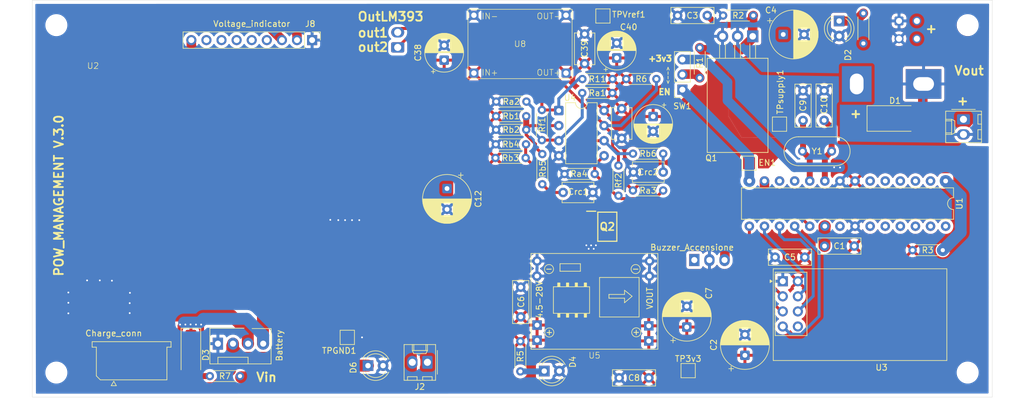
<source format=kicad_pcb>
(kicad_pcb (version 20241229) (generator "pcbnew") (generator_version "9.0")
  (layers (0 "F.Cu" signal) (2 "B.Cu" signal) (13 "F.Paste" user) (15 "B.Paste" user) (5 "F.SilkS" user "F.Silkscreen") (7 "B.SilkS" user "B.Silkscreen") (1 "F.Mask" user) (3 "B.Mask" user) (25 "Edge.Cuts" user))
  (net 0 "")
  (net 1 "Net-(D1-A)")
  (net 2 "+v")
  (net 3 "+11.1v")
  (net 4 "2s")
  (net 5 "1s")
  (net 6 "Net-(Q1-G)")
  (net 7 "BATT+")
  (net 8 "MOSI")
  (net 10 "Net-(U1-AVCC)")
  (net 11 "CE")
  (net 12 "SCK")
  (net 19 "Net-(U1-PB6{slash}XTAL1)")
  (net 21 "CSN")
  (net 24 "MISO")
  (net 27 "GND")
  (net 29 "Net-(U1-PC6{slash}~{RESET})")
  (net 31 "+3v3")
  (net 33 "Net-(U1-PB7{slash}XTAL2)")
  (net 34 "Net-(D3-A)")
  (net 35 "Net-(D2-K)")
  (net 36 "Net-(D4-K)")
  (net 37 "6v")
  (net 38 "Net-(Crc1-Pad1)")
  (net 39 "Net-(Crc2-Pad1)")
  (net 40 "Net-(J6-Pin_1)")
  (net 41 "Net-(J6-Pin_2)")
  (net 42 "Net-(U4A-+)")
  (net 43 "Net-(U4B-+)")
  (net 44 "Net-(U4A--)")
  (net 45 "Net-(U4B--)")
  (net 46 "Net-(D6-K)")
  (net 47 "EN")
  (net 48 "IN")
  (net 49 "Net-(SW1-B)")
  (net 56 "Net-(J9-Pin_3)")
  (footprint "Capacitor_THT:C_Disc_D7.0mm_W2.5mm_P5.00mm" (layer "F.Cu") (at 185.96 69.35 -90)
    (property "Reference" "C9")
    (property "Value" "22p")
  )
  (footprint "Resistor_THT:R_Axial_DIN0204_L3.6mm_D1.6mm_P5.08mm_Horizontal" (layer "F.Cu") (at 157.35 79.94)
    (property "Reference" "Rb6")
    (property "Value" "22k" (hide yes))
  )
  (footprint "MountingHole:MountingHole_3.2mm_M3" (layer "F.Cu") (at 213.66 58.29)
    (property "Reference" "REF**" (hide yes))
    (property "Value" "MountingHole_3.2mm_M3")
  )
  (footprint "Resistor_THT:R_Axial_DIN0204_L3.6mm_D1.6mm_P5.08mm_Horizontal" (layer "F.Cu") (at 148.83 67.37)
    (property "Reference" "R11")
    (property "Value" "10k" (hide yes))
  )
  (footprint "Capacitor_THT:C_Disc_D7.0mm_W2.5mm_P5.00mm" (layer "F.Cu") (at 186.26 97.38 180)
    (property "Reference" "C5")
    (property "Value" "100n")
  )
  (footprint "Capacitor_THT:C_Disc_D7.0mm_W2.5mm_P5.00mm" (layer "F.Cu") (at 189.58 95.51)
    (property "Reference" "C1")
    (property "Value" "100n")
  )
  (footprint "Resistor_THT:R_Axial_DIN0204_L3.6mm_D1.6mm_P5.08mm_Horizontal" (layer "F.Cu") (at 177.59 56.67 180)
    (property "Reference" "R2")
    (property "Value" "100k" (hide yes))
  )
  (footprint "Capacitor_THT:C_Disc_D5.1mm_W3.2mm_P5.00mm" (layer "F.Cu") (at 162.43 83.05 180)
    (property "Reference" "Crc2")
    (property "Value" "100n" (hide yes))
  )
  (footprint "LED_THT:LED_D4.0mm" (layer "F.Cu") (at 142.42 116.56)
    (property "Reference" "D4")
    (property "Value" "LED_LoadON")
  )
  (footprint "MountingHole:MountingHole_3.2mm_M3" (layer "F.Cu") (at 213.66 116.82)
    (property "Reference" "REF**" (hide yes))
    (property "Value" "MountingHole_3.2mm_M3")
  )
  (footprint "Resistor_THT:R_Axial_DIN0204_L3.6mm_D1.6mm_P5.08mm_Horizontal" (layer "F.Cu") (at 196.11 56.29 -90)
    (property "Reference" "R4" (hide yes))
    (property "Value" "1k")
  )
  (footprint "Connector_PinHeader_2.54mm:PinHeader_1x09_P2.54mm_Vertical" (layer "F.Cu") (at 103.36 60.81 -90)
    (property "Reference" "J8")
    (property "Value" "Voltage_indicator")
  )
  (footprint "Connector_Molex:Molex_Micro-Fit_3.0_43045-0400_2x02_P3.00mm_Horizontal" (layer "F.Cu") (at 202.11 57.58)
    (property "Reference" "J4" (hide yes))
    (property "Value" "Conn_02x02_Counter_Clockwise")
  )
  (footprint "Resistor_THT:R_Axial_DIN0204_L3.6mm_D1.6mm_P5.08mm_Horizontal" (layer "F.Cu") (at 138.4 116.62 90)
    (property "Reference" "R5")
    (property "Value" "680")
  )
  (footprint "Resistor_THT:R_Axial_DIN0204_L3.6mm_D1.6mm_P5.08mm_Horizontal" (layer "F.Cu") (at 148.81 69.72)
    (property "Reference" "Ra1")
    (property "Value" "22k" (hide yes))
  )
  (footprint "Capacitor_THT:C_Disc_D7.0mm_W2.5mm_P5.00mm" (layer "F.Cu") (at 189.51 74.33 90)
    (property "Reference" "C10")
    (property "Value" "22p")
  )
  (footprint "Resistor_THT:R_Axial_DIN0204_L3.6mm_D1.6mm_P5.08mm_Horizontal" (layer "F.Cu") (at 154.9 81.94 -90)
    (property "Reference" "Rf2")
    (property "Value" "Rfb" (hide yes))
  )
  (footprint "Connector_Molex:Molex_KK-254_AE-6410-02A_1x02_P2.54mm_Vertical" (layer "F.Cu") (at 122.76 115.09 180)
    (property "Reference" "J2")
    (property "Value" "switch")
  )
  (footprint "Capacitor_THT:CP_Radial_D8.0mm_P3.50mm" (layer "F.Cu") (at 176.18 113.91 90)
    (property "Reference" "C2")
    (property "Value" "10u")
  )
  (footprint "Resistor_THT:R_Axial_DIN0204_L3.6mm_D1.6mm_P5.08mm_Horizontal" (layer "F.Cu") (at 168.58 67.17 90)
    (property "Reference" "R1")
    (property "Value" "100")
  )
  (footprint "Resistor_THT:R_Axial_DIN0204_L3.6mm_D1.6mm_P5.08mm_Horizontal" (layer "F.Cu") (at 139.29 80.66 180)
    (property "Reference" "Rb3")
    (property "Value" "47k" (hide yes))
  )
  (footprint "LED_THT:LED_D4.0mm" (layer "F.Cu") (at 192.04 57.59 -90)
    (property "Reference" "D2")
    (property "Value" "LED" (hide yes))
  )
  (footprint "Diode_SMD:D_SMA_Handsoldering" (layer "F.Cu") (at 82.97 113.86 -90)
    (property "Reference" "D3")
    (property "Value" "SS34")
  )
  (footprint "MountingHole:MountingHole_3.2mm_M3" (layer "F.Cu") (at 60.33 58.29)
    (property "Reference" "REF**" (hide yes))
    (property "Value" "MountingHole_3.2mm_M3")
  )
  (footprint "Resistor_THT:R_Axial_DIN0204_L3.6mm_D1.6mm_P5.08mm_Horizontal" (layer "F.Cu") (at 162.42 86.14 180)
    (property "Reference" "Ra3")
    (property "Value" "22k" (hide yes))
  )
  (footprint "Package_TO_SOT_THT:TO-220-3_Horizontal_TabDown" (layer "F.Cu") (at 177.49 60.17 180)
    (property "Reference" "Q1")
    (property "Value" "IRLZ44N")
  )
  (footprint "Connector_Samtec_MicroPower:Samtec_UMPS-04-XX.X-X-V-S_1x04_P2.0mm_Socket" (layer "F.Cu") (at 72.99 114.83)
    (property "Reference" "J7" (hide yes))
    (property "Value" "Charge_conn")
  )
  (footprint "Capacitor_THT:CP_Radial_D6.3mm_P2.50mm" (layer "F.Cu") (at 125.578751 64.187372 90)
    (property "Reference" "C38")
    (property "Value" "C_Polarized")
  )
  (footprint "TestPoint:TestPoint_Pad_2.0x2.0mm" (layer "F.Cu") (at 166.63 116.49)
    (property "Reference" "TP3v3")
    (property "Value" "TestPoint")
  )
  (footprint "Capacitor_THT:CP_Radial_D8.0mm_P3.50mm" (layer "F.Cu") (at 166.4 109.15 90)
    (property "Reference" "C7")
    (property "Value" "100u")
  )
  (footprint "Connector:FanPinHeader_1x04_P2.54mm_Vertical" (layer "F.Cu") (at 87.51 111.95)
    (property "Reference" "J1" (hide yes))
    (property "Value" "Battery")
  )
  (footprint "Packages:SOIC-8" (layer "F.Cu") (at 153.028 92.245)
    (property "Reference" "Q2")
    (property "Value" "IRF7416TRPBF" (hide yes))
  )
  (footprint "TestPoint:TestPoint_Pad_2.0x2.0mm" (layer "F.Cu") (at 182 74.97)
    (property "Reference" "TPsupply1")
    (property "Value" "TestPoint")
  )
  (footprint "Capacitor_THT:C_Disc_D5.1mm_W3.2mm_P5.00mm" (layer "F.Cu") (at 145.59 86.48)
    (property "Reference" "Crc1")
    (property "Value" "100n" (hide yes))
  )
  (footprint "Package_DIP:DIP-28_W7.62mm" (layer "F.Cu") (at 209.9488 84.5434 -90)
    (property "Reference" "U1")
    (property "Value" "ATmega8-16P")
  )
  (footprint "Battery:BMS-4S" (layer "F.Cu") (at 90.6 87.16 -90)
    (property "Reference" "U2")
    (property "Value" "BMS_3S_LithiumBattery18650")
  )
  (footprint "RF_Module:nRF24L01_Breakout" (layer "F.Cu") (at 182.5505 101.435)
    (property "Reference" "U3")
    (property "Value" "NRF24L01_Breakout")
  )
  (footprint "Capacitor_THT:CP_Radial_D8.0mm_P3.50mm" (layer "F.Cu") (at 126.06 85.817349 -90)
    (property "Reference" "C12")
    (property "Value" "470u")
  )
  (footprint "Capacitor_THT:C_Disc_D5.1mm_W3.2mm_P5.00mm" (layer "F.Cu") (at 149.21 64.78 90)
    (property "Reference" "C39")
    (property "Value" "C")
  )
  (footprint "Capacitor_THT:CP_Radial_D6.3mm_P2.50mm" (layer "F.Cu") (at 154.61 63.82 90)
    (property "Reference" "C40")
    (property "Value" "C_Polarized" (hide yes))
  )
  (footprint "Diode_SMD:D_SMB_Handsoldering" (layer "F.Cu") (at 201.44 74.01)
    (property "Reference" "D1")
    (property "Value" "Z2SMBxxx")
  )
  (footprint "Resistor_THT:R_Axial_DIN0204_L3.6mm_D1.6mm_P5.08mm_Horizontal" (layer "F.Cu") (at 139.39 73.63 180)
    (property "Reference" "Rb1")
    (property "Value" "47k" (hide yes))
  )
  (footprint "Resistor_THT:R_Axial_DIN0204_L3.6mm_D1.6mm_P5.08mm_Horizontal" (layer "F.Cu") (at 142.02 72.58 -90)
    (property "Reference" "Rf1")
    (property "Value" "Rfb")
  )
  (footprint "Connector_PinSocket_2.54mm:PinSocket_1x03_P2.54mm_Vertical" (layer "F.Cu") (at 165.66 69.16 180)
    (property "Reference" "SW1")
    (property "Value" "SW_SPDT")
  )
  (footprint "TestPoint:TestPoint_Pad_2.0x2.0mm" (layer "F.Cu") (at 176.87 81.55)
    (property "Reference" "EN1")
    (property "Value" "TestPoint")
  )
  (footprint "Resistor_THT:R_Axial_DIN0204_L3.6mm_D1.6mm_P5.08mm_Horizontal" (layer "F.Cu") (at 209.47 96.2 180)
    (property "Reference" "R3")
    (property "Value" "10k")
  )
  (footprint "Package_DIP:DIP-8_W7.62mm" (layer "F.Cu") (at 144.865 72.68)
    (property "Reference" "U4")
    (property "Value" "LM393")
  )
  (footprint "Capacitor_THT:C_Disc_D7.0mm_W2.5mm_P5.00mm" (layer "F.Cu") (at 138.46 102.43 -90)
    (property "Reference" "C6")
    (property "Value" "100n")
  )
  (footprint "LED_THT:LED_D4.0mm" (layer "F.Cu") (at 112.76 115.65)
    (property "Reference" "D6")
    (property "Value" "LED_onCharge")
  )
  (footprint "Capacitor_THT:C_Disc_D7.0mm_W2.5mm_P5.00mm" (layer "F.Cu") (at 160.02 117.71 180)
    (property "Reference" "C8")
    (property "Value" "100n")
  )
  (footprint "Resistor_THT:R_Axial_DIN0204_L3.6mm_D1.6mm_P5.08mm_Horizontal" (layer "F.Cu") (at 150.91 83.36 180)
    (property "Reference" "Ra4")
    (property "Value" "10k" (hide yes))
  )
  (footprint "Resistor_THT:R_Axial_DIN0204_L3.6mm_D1.6mm_P5.08mm_Horizontal" (layer "F.Cu") (at 139.42 71.17 180)
    (property "Reference" "Ra2")
    (property "Value" "10k" (hide yes))
  )
  (footprint "Connector_Molex:Molex_KK-254_AE-6410-02A_1x02_P2.54mm_Vertical" (layer "F.Cu") (at 212.95 74.16 -90)
    (property "Reference" "J5" (hide yes))
    (property "Value" "Conn_01x02")
  )
  (footprint "Resistor_THT:R_Axial_DIN0204_L3.6mm_D1.6mm_P5.08mm_Horizontal" (layer "F.Cu") (at 142.09 80.01 -90)
    (property "Reference" "Rb5")
    (property "Value" "22k")
  )
  (footprint "Connector_PinSocket_2.54mm:PinSocket_1x02_P2.54mm_Vertical" (layer "F.Cu") (at 199.99 68.2 -90)
    (property "Reference" "J3" (hide yes))
    (property "Value" "Conn_01x02_Socket" (hide yes))
  )
  (footprint "Capacitor_THT:CP_Radial_D6.3mm_P2.50mm" (layer "F.Cu") (at 160.74 73.687621 -90)
    (property "Reference" "C15" (hide yes))
    (property "Value" "22u" (hide yes))
  )
  (footprint "Resistor_THT:R_Axial_DIN0204_L3.6mm_D1.6mm_P5.08mm_Horizontal" (layer "F.Cu") (at 161.29 67.36 180)
    (property "Reference" "R6")
    (property "Value" "10k" (hide yes))
  )
  (footprint "MountingHole:MountingHole_3.2mm_M3" (layer "F.Cu") (at 60.33 116.82)
    (property "Reference" "REF**" (hide yes))
    (property "Value" "MountingHole_3.2mm_M3")
  )
  (footprint "Capacitor_THT:CP_Radial_D8.0mm_P3.50mm" (layer "F.Cu") (at 182.63 59.86)
    (property "Reference" "C4")
    (property "Value" "470u")
  )
  (footprint "Resistor_THT:R_Axial_DIN0204_L3.6mm_D1.6mm_P5.08mm_Horizontal" (layer "F.Cu") (at 139.39 75.91 180)
    (property "Reference" "Rb2")
    (property "Value" "10k" (hide yes))
  )
  (footprint "Capacitor_THT:C_Disc_D5.1mm_W3.2mm_P5.00mm" (layer "F.Cu") (at 155.45 72.36 -90)
    (property "Reference" "Cbypass1" (hide yes))
    (property "Value" "100n")
  )
  (footprint "Connector_Molex:Molex_KK-254_AE-6410-02A_1x02_P2.54mm_Vertical" (layer "F.Cu") (at 117.76 62.04 90)
    (property "Reference" "J6" (hide yes))
    (property "Value" "Conn_01x02")
  )
  (footprint "TestPoint:TestPoint_Pad_2.0x2.0mm" (layer "F.Cu") (at 109.28 110.89)
    (property "Reference" "TPGND1")
    (property "Value" "TestPoint")
  )
  (footprint "TestPoint:TestPoint_Pad_2.0x2.0mm" (layer "F.Cu") (at 152.29 56.75)
    (property "Reference" "TPVref1")
    (property "Value" "TestPoint")
  )
  (footprint "LIB_Personale:Mini360" (layer "F.Cu") (at 136.08 60.62)
    (property "Reference" "U8")
    (property "Value" "~" (hide yes))
  )
  (footprint "Resistor_THT:R_Axial_DIN0204_L3.6mm_D1.6mm_P5.08mm_Horizontal" (layer "F.Cu") (at 91.23 117.41 180)
    (property "Reference" "R7")
    (property "Value" "680")
  )
  (footprint "Capacitor_THT:C_Disc_D7.0mm_W2.5mm_P5.00mm" (layer "F.Cu") (at 169.85 56.67 180)
    (property "Reference" "C3")
    (property "Value" "100n" (hide yes))
  )
  (footprint "Converter_DCDC:MP1584" (layer "F.Cu") (at 151.37 104.248)
    (property "Reference" "U5")
    (property "Value" "MP1584")
  )
  (footprint "Connector:FanPinHeader_1x03_P2.54mm_Vertical" (layer "F.Cu") (at 167.67 97.86)
    (property "Reference" "J9" (hide yes))
    (property "Value" "Buzzer_Accensione")
  )
  (footprint "Resistor_THT:R_Axial_DIN0204_L3.6mm_D1.6mm_P5.08mm_Horizontal" (layer "F.Cu") (at 139.35 78.36 180)
    (property "Reference" "Rb4")
    (property "Value" "10k" (hide yes))
  )
  (footprint "Crystal:Crystal_HC18-U_Vertical" (layer "F.Cu") (at 190.77 79.53 180)
    (property "Reference" "Y1")
    (property "Value" "16MHz")
  )
  (gr_rect (start 56.29 54.08) (end 217.81 120.95) (stroke (width 0.05)) (fill no) (layer "Edge.Cuts"))
  (gr_text "Vout" (at 211.27 66.84 0) (layer "F.SilkS") (effects (font (size 1.5 1.5) (thickness 0.3) (bold yes)) (justify left bottom)))
  (gr_text "OutLM393" (at 110.88 57.74 0) (layer "F.SilkS") (effects (font (size 1.5 1.5) (thickness 0.3) (bold yes)) (justify left bottom)))
  (gr_text "<-->" (at 163.56 68.31 90) (layer "F.SilkS") (effects (font (size 0.6 0.6) (thickness 0.125)) (justify left bottom)))
  (gr_text "+" (at 213.95 71.91 0) (layer "F.SilkS") (effects (font (size 1.5 1.5) (thickness 0.3) (bold yes)) (justify left bottom mirror)))
  (gr_text "+3v3" (at 159.8 64.51 0) (layer "F.SilkS") (effects (font (size 1 1) (thickness 0.25) (bold yes)) (justify left bottom)))
  (gr_text "Vin" (at 93.81 118.48 0) (layer "F.SilkS") (effects (font (size 1.5 1.5) (thickness 0.3) (bold yes)) (justify left bottom)))
  (gr_text "+" (at 208.65 59.74 0) (layer "F.SilkS") (effects (font (size 1.5 1.5) (thickness 0.3) (bold yes)) (justify left bottom mirror)))
  (gr_text "EN" (at 161.52 70.13 0) (layer "F.SilkS") (effects (font (size 1 1) (thickness 0.25) (bold yes)) (justify left bottom)))
  (gr_text "POW_MANAGEMENT V.3.0" (at 61.616841 100.765905 90) (layer "F.SilkS") (effects (font (size 1.5 1.5) (thickness 0.3) (bold yes)) (justify left bottom)))
  (gr_text "out1\nout2" (at 110.9 62.87 0) (layer "F.SilkS") (effects (font (size 1.5 1.5) (thickness 0.3) (bold yes)) (justify left bottom)))
  (gr_text "+" (at 195.96 74.05 0) (layer "F.SilkS") (effects (font (size 1.5 1.5) (thickness 0.3) (bold yes)) (justify left bottom mirror)))
  (segment (start 206.11 72.04) (end 204.14 74.01) (width 1.6) (layer "F.Cu") (net 1))
  (segment (start 206.11 68.25) (end 206.11 72.04) (width 1.6) (layer "F.Cu") (net 1))
  (segment (start 205.04 69.32) (end 206.11 68.25) (width 1.6) (layer "B.Cu") (net 1))
  (segment (start 204.08 69.32) (end 205.04 69.32) (width 1.6) (layer "B.Cu") (net 1))
  (segment (start 90.287919 69.26) (end 83.04 62.012081) (width 1.6) (layer "F.Cu") (net 3))
  (segment (start 115.7662 71.0138) (end 114.8462 71.0138) (width 2) (layer "F.Cu") (net 3))
  (segment (start 95.09 111.91) (end 95.13 111.95) (width 2) (layer "F.Cu") (net 3))
  (segment (start 114.8462 71.0138) (end 95.09 90.77) (width 2) (layer "F.Cu") (net 3))
  (segment (start 116.6 69.26) (end 90.287919 69.26) (width 1.6) (layer "F.Cu") (net 3))
  (segment (start 116.6114 71.0138) (end 115.7662 71.0138) (width 1) (layer "F.Cu") (net 3))
  (segment (start 83.04 62.012081) (end 83.04 60.81) (width 1.6) (layer "F.Cu") (net 3))
  (segment (start 95.09 90.77) (end 95.09 111.91) (width 2) (layer "F.Cu") (net 3))
  (via (at 83.82 108.73) (size 0.6) (drill 0.3) (layers "F.Cu" "B.Cu") (net 3))
  (via (at 82.04 108.73) (size 0.6) (drill 0.3) (layers "F.Cu" "B.Cu") (net 3))
  (via (at 81.15 108.73) (size 0.6) (drill 0.3) (layers "F.Cu" "B.Cu") (net 3))
  (via (at 84.69 108.73) (size 0.6) (drill 0.3) (layers "F.Cu" "B.Cu") (net 3))
  (via (at 82.91 108.71) (size 0.6) (drill 0.3) (layers "F.Cu" "B.Cu") (net 3))
  (segment (start 85.06 107.77) (end 84.44 108.39) (width 2) (layer "B.Cu") (net 3))
  (segment (start 95.13 111.95) (end 95.13 110.54) (width 2) (layer "B.Cu") (net 3))
  (segment (start 95.13 110.54) (end 92.36 107.77) (width 2) (layer "B.Cu") (net 3))
  (segment (start 92.36 107.77) (end 85.06 107.77) (width 2) (layer "B.Cu") (net 3))
  (segment (start 84.44 108.39) (end 81.82 108.39) (width 2) (layer "B.Cu") (net 3))
  (segment (start 89.7872 107.209) (end 92.54 109.9618) (width 2) (layer "F.Cu") (net 4))
  (segment (start 98.28 60.73229) (end 95.62771 58.08) (width 1.6) (layer "F.Cu") (net 4))
  (segment (start 73.989 112.771) (end 73.989 114.001158) (width 2) (layer "F.Cu") (net 4))
  (segment (start 67.6114 71.0138) (end 67.6114 93.8514) (width 2) (layer "F.Cu") (net 4))
  (segment (start 67.6114 93.8514) (end 79.551 105.791) (width 2) (layer "F.Cu") (net 4))
  (segment (start 79.551 105.791) (end 79.551 107.209) (width 2) (layer "F.Cu") (net 4))
  (segment (start 95.62771 58.08) (end 78.84 58.08) (width 1.6) (layer "F.Cu") (net 4))
  (segment (start 79.551 107.209) (end 89.7872 107.209) (width 2) (layer "F.Cu") (net 4))
  (segment (start 79.551 107.209) (end 73.989 112.771) (width 2) (layer "F.Cu") (net 4))
  (segment (start 76.58 60.34) (end 76.52 60.34) (width 1.6) (layer "F.Cu") (net 4))
  (segment (start 76.52 60.34) (end 67.6 69.26) (width 1.6) (layer "F.Cu") (net 4))
  (segment (start 78.84 58.08) (end 76.58 60.34) (width 1.6) (layer "F.Cu") (net 4))
  (segment (start 92.54 111.9) (end 92.59 111.95) (width 2) (layer "F.Cu") (net 4))
  (segment (start 98.28 60.81) (end 98.28 60.73229) (width 1.6) (layer "F.Cu") (net 4))
  (segment (start 92.54 109.9618) (end 92.54 111.9) (width 2) (layer "F.Cu") (net 4))
  (segment (start 100.82 59.607919) (end 96.972081 55.76) (width 1.6) (layer "F.Cu") (net 5))
  (segment (start 73.17 119.26) (end 71.99 118.08) (width 1.6) (layer "F.Cu") (net 5))
  (segment (start 59.92 108.4) (end 64.97 113.45) (width 1.6) (layer "F.Cu") (net 5))
  (segment (start 90.05 111.95) (end 89.7382 112.2618) (width 1.6) (layer "F.Cu") (net 5))
  (segment (start 100.7472 114.34) (end 108.0734 107.0138) (width 2) (layer "F.Cu") (net 5))
  (segment (start 90.05 111.95) (end 90.05 112.9) (width 2) (layer "F.Cu") (net 5))
  (segment (start 69.563892 118.08) (end 71.99 118.08) (width 1.6) (layer "F.Cu") (net 5))
  (segment (start 71.99 118.08) (end 71.99 114.83) (width 1.6) (layer "F.Cu") (net 5))
  (segment (start 89.7382 116.4618) (end 86.94 119.26) (width 1.6) (layer "F.Cu") (net 5))
  (segment (start 96.972081 55.76) (end 70.401743 55.76) (width 1.6) (layer "F.Cu") (net 5))
  (segment (start 70.401743 55.76) (end 59.92 66.241743) (width 1.6) (layer "F.Cu") (net 5))
  (segment (start 86.94 119.26) (end 73.17 119.26) (width 1.6) (layer "F.Cu") (net 5))
  (segment (start 91.49 114.34) (end 100.7472 114.34) (width 2) (layer "F.Cu") (net 5))
  (segment (start 64.97 113.45) (end 64.97 113.486108) (width 1.6) (layer "F.Cu") (net 5))
  (segment (start 59.92 66.241743) (end 59.92 108.4) (width 1.6) (layer "F.Cu") (net 5))
  (segment (start 89.7382 112.2618) (end 89.7382 116.4618) (width 1.6) (layer "F.Cu") (net 5))
  (segment (start 108.0734 107.0138) (end 116.6114 107.0138) (width 2) (layer "F.Cu") (net 5))
  (segment (start 90.05 112.9) (end 91.49 114.34) (width 2) (layer "F.Cu") (net 5))
  (segment (start 64.97 113.486108) (end 69.563892 118.08) (width 1.6) (layer "F.Cu") (net 5))
  (segment (start 100.82 60.81) (end 100.82 59.607919) (width 1.6) (layer "F.Cu") (net 5))
  (segment (start 177.49 60.17) (end 177.49 56.77) (width 1.6) (layer "F.Cu") (net 6))
  (segment (start 171.43 58.25) (end 169.85 56.67) (width 1) (layer "F.Cu") (net 6))
  (segment (start 168.58 62.09) (end 168.93 62.44) (width 1.6) (layer "F.Cu") (net 6))
  (segment (start 177.59 56.67) (end 176.01 58.25) (width 1) (layer "F.Cu") (net 6))
  (segment (start 175.490166 62.44) (end 177.49 60.440166) (width 1.6) (layer "F.Cu") (net 6))
  (segment (start 177.49 56.77) (end 177.59 56.67) (width 1.6) (layer "F.Cu") (net 6))
  (segment (start 168.93 62.44) (end 175.490166 62.44) (width 1.6) (layer "F.Cu") (net 6))
  (segment (start 176.01 58.25) (end 171.43 58.25) (width 1) (layer "F.Cu") (net 6))
  (segment (start 177.49 60.440166) (end 177.49 60.17) (width 1.6) (layer "F.Cu") (net 6))
  (segment (start 187.67 96.59) (end 185.52 94.44) (width 0.5) (layer "B.Cu") (net 8))
  (segment (start 185.52 94.44) (end 182.83 94.44) (width 0.5) (layer "B.Cu") (net 8))
  (segment (start 182.0088 93.6188) (end 182.0088 92.1634) (width 0.5) (layer "B.Cu") (net 8))
  (segment (start 182.83 94.44) (end 182.0088 93.6188) (width 0.5) (layer "B.Cu") (net 8))
  (segment (start 187.67 103.9355) (end 187.67 96.59) (width 0.5) (layer "B.Cu") (net 8))
  (segment (start 185.0905 106.515) (end 187.67 103.9355) (width 0.5) (layer "B.Cu") (net 8))
  (segment (start 189.58 95.51) (end 189.58 92.2122) (width 2) (layer "F.Cu") (net 10))
  (segment (start 189.58 92.2122) (end 189.6288 92.1634) (width 2) (layer "F.Cu") (net 10))
  (segment (start 189.6 92.1922) (end 189.6288 92.1634) (width 1) (layer "B.Cu") (net 10))
  (segment (start 189.66 92.1946) (end 189.6288 92.1634) (width 1) (layer "B.Cu") (net 10))
  (segment (start 176.9288 98.3533) (end 176.9288 92.1634) (width 0.5) (layer "F.Cu") (net 11))
  (segment (start 182.5505 103.975) (end 176.9288 98.3533) (width 0.5) (layer "F.Cu") (net 11))
  (segment (start 176.02 90.23) (end 174.92 91.33) (width 0.5) (layer "F.Cu") (net 12))
  (segment (start 185.1554 90.23) (end 176.02 90.23) (width 0.5) (layer "F.Cu") (net 12))
  (segment (start 174.92 99.12) (end 182.315 106.515) (width 0.5) (layer "F.Cu") (net 12))
  (segment (start 187.0888 92.1634) (end 185.1554 90.23) (width 0.5) (layer "F.Cu") (net 12))
  (segment (start 182.315 106.515) (end 182.5505 106.515) (width 0.5) (layer "F.Cu") (net 12))
  (segment (start 174.92 91.33) (end 174.92 99.12) (width 0.5) (layer "F.Cu") (net 12))
  (segment (start 190.98 79.32) (end 190.77 79.53) (width 1) (layer "F.Cu") (net 19))
  (segment (start 190.77 79.53) (end 190.77 75.59) (width 1) (layer "F.Cu") (net 19))
  (segment (start 190.77 75.59) (end 189.51 74.33) (width 1) (layer "F.Cu") (net 19))
  (segment (start 189.6288 84.5434) (end 189.6288 80.6712) (width 1) (layer "F.Cu") (net 19))
  (segment (start 189.6288 80.6712) (end 190.77 79.53) (width 1) (layer "F.Cu") (net 19))
  (segment (start 185.0905 103.975) (end 186.3915 102.674) (width 0.5) (layer "B.Cu") (net 21))
  (segment (start 186.3915 100.3015) (end 179.4688 93.3788) (width 0.5) (layer "B.Cu") (net 21))
  (segment (start 186.3915 102.674) (end 186.3915 100.3015) (width 0.5) (layer "B.Cu") (net 21))
  (segment (start 179.4688 93.3788) (end 179.4688 92.1634) (width 0.5) (layer "B.Cu") (net 21))
  (segment (start 188.66 96.588636) (end 184.5488 92.477436) (width 0.5) (layer "B.Cu") (net 24))
  (segment (start 182.5505 109.055) (end 183.8515 110.356) (width 0.5) (layer "B.Cu") (net 24))
  (segment (start 184.5488 92.477436) (end 184.5488 92.1634) (width 0.5) (layer "B.Cu") (net 24))
  (segment (start 188.66 107.325392) (end 188.66 96.588636) (width 0.5) (layer "B.Cu") (net 24))
  (segment (start 183.8515 110.356) (end 185.629392 110.356) (width 0.5) (layer "B.Cu") (net 24))
  (segment (start 185.629392 110.356) (end 188.66 107.325392) (width 0.5) (layer "B.Cu") (net 24))
  (segment (start 106.79 91.04) (end 106.78 91.05) (width 4) (layer "F.Cu") (net 27))
  (segment (start 69.99 114.83) (end 69.99 109.3924) (width 1.6) (layer "F.Cu") (net 27))
  (segment (start 114.6376 91.04) (end 106.79 91.04) (width 4) (layer "F.Cu") (net 27))
  (segment (start 67.6552 106.97) (end 67.6114 107.0138) (width 2) (layer "F.Cu") (net 27))
  (segment (start 114.8576 91.26) (end 114.6376 91.04) (width 4) (layer "F.Cu") (net 27))
  (segment (start 109.28 110.89) (end 111.76 110.89) (width 1) (layer "F.Cu") (net 27))
  (segment (start 69.99 109.3924) (end 67.6114 107.0138) (width 1.6) (layer "F.Cu") (net 27))
  (via (at 150.3 95.39) (size 0.6) (drill 0.3) (layers "F.Cu" "B.Cu") (net 27))
  (via (at 72.67 106.8) (size 0.6) (drill 0.3) (layers "F.Cu" "B.Cu") (net 27))
  (via (at 107.7662 91.1398) (size 0.6) (drill 0.3) (layers "F.Cu" "B.Cu") (net 27))
  (via (at 150.74 95.97) (size 0.6) (drill 0.3) (layers "F.Cu" "B.Cu") (net 27))
  (via (at 111.76 110.89) (size 0.6) (drill 0.3) (layers "F.Cu" "B.Cu") (net 27))
  (via (at 69.68 101.34) (size 0.6) (drill 0.3) (layers "F.Cu" "B.Cu") (net 27))
  (via (at 62.35 106.84) (size 0.6) (drill 0.3) (layers "F.Cu" "B.Cu") (net 27))
  (via (at 110.0776 91.1398) (size 0.6) (drill 0.3) (layers "F.Cu" "B.Cu") (net 27))
  (via (at 108.9092 91.1398) (size 0.6) (drill 0.3) (layers "F.Cu" "B.Cu") (net 27))
  (via (at 72.67 105.12) (size 0.6) (drill 0.3) (layers "F.Cu" "B.Cu") (net 27))
  (via (at 72.71 103.39) (size 0.6) (drill 0.3) (layers "F.Cu" "B.Cu") (net 27))
  (via (at 62.35 105.06) (size 0.6) (drill 0.3) (layers "F.Cu" "B.Cu") (net 27))
  (via (at 151.11 95.38) (size 0.6) (drill 0.3) (layers "F.Cu" "B.Cu") (net 27))
  (via (at 67.64 101.29) (size 0.6) (drill 0.3) (layers "F.Cu" "B.Cu") (net 27))
  (via (at 149.5 95.38) (size 0.6) (drill 0.3) (layers "F.Cu" "B.Cu") (net 27))
  (via (at 149.89 95.97) (size 0.6) (drill 0.3) (layers "F.Cu" "B.Cu") (net 27))
  (via (at 62.35 103.33) (size 0.6) (drill 0.3) (layers "F.Cu" "B.Cu") (net 27))
  (via (at 106.42 91.09) (size 0.6) (drill 0.3) (layers "F.Cu" "B.Cu") (net 27))
  (via (at 65.5 101.29) (size 0.6) (drill 0.3) (layers "F.Cu" "B.Cu") (net 27))
  (via (at 111.2968 91.1398) (size 0.6) (drill 0.3) (layers "F.Cu" "B.Cu") (net 27))
  (segment (start 212.4888 87.0834) (end 209.9488 84.5434) (width 2) (layer "B.Cu") (net 29))
  (segment (start 212.4888 93.1812) (end 212.4888 87.0834) (width 2) (layer "B.Cu") (net 29))
  (segment (start 209.47 96.2) (end 212.4888 93.1812) (width 2) (layer "B.Cu") (net 29))
  (via (at 192.19 82.27) (size 0.6) (drill 0.3) (layers "F.Cu" "B.Cu") (net 31))
  (via (at 191.19 82.24) (size 0.6) (drill 0.3) (layers "F.Cu" "B.Cu") (net 31))
  (segment (start 191.19 82.24) (end 184.5 82.24) (width 1.6) (layer "B.Cu") (net 31))
  (segment (start 184.5 82.24) (end 173.25 70.99) (width 1.6) (layer "B.Cu") (net 31))
  (segment (start 192.19 82.24) (end 191.19 82.24) (width 1.6) (layer "B.Cu") (net 31))
  (segment (start 192.19 82.24) (end 192.19 82.27) (width 1.6) (layer "B.Cu") (net 31))
  (segment (start 173.25 70.99) (end 173.25 67.91) (width 1.6) (layer "B.Cu") (net 31))
  (segment (start 173.25 67.91) (end 169.42 64.08) (width 1.6) (layer "B.Cu") (net 31))
  (segment (start 169.42 64.08) (end 165.66 64.08) (width 1.6) (layer "B.Cu") (net 31))
  (segment (start 185.84 74.29) (end 185.96 74.41) (width 1) (layer "F.Cu") (net 33))
  (segment (start 187.0888 80.7488) (end 185.87 79.53) (width 1) (layer "F.Cu") (net 33))
  (segment (start 185.96 79.44) (end 185.87 79.53) (width 1) (layer "F.Cu") (net 33))
  (segment (start 187.0888 84.5434) (end 187.0888 80.7488) (width 1) (layer "F.Cu") (net 33))
  (segment (start 185.96 74.41) (end 185.96 79.44) (width 1) (layer "F.Cu") (net 33))
  (segment (start 84.02 117.41) (end 82.97 116.36) (width 1) (layer "F.Cu") (net 34))
  (segment (start 77.45 116.29) (end 82.9 116.29) (width 1.6) (layer "F.Cu") (net 34))
  (segment (start 86.15 117.41) (end 84.02 117.41) (width 1) (layer "F.Cu") (net 34))
  (segment (start 75.99 114.83) (end 77.45 116.29) (width 1.6) (layer "F.Cu") (net 34))
  (segment (start 82.9 116.29) (end 82.97 116.36) (width 1.6) (layer "F.Cu") (net 34))
  (segment (start 194.81 57.59) (end 196.11 56.29) (width 1.6) (layer "F.Cu") (net 35))
  (segment (start 192.04 57.59) (end 194.81 57.59) (width 1.6) (layer "F.Cu") (net 35))
  (segment (start 138.4 116.62) (end 142.36 116.62) (width 1) (layer "B.Cu") (net 36))
  (segment (start 142.36 116.62) (end 142.42 116.56) (width 1) (layer "B.Cu") (net 36))
  (segment (start 143.48 86.48) (end 142.09 85.09) (width 0.5) (layer "F.Cu") (net 38))
  (segment (start 145.59 86.48) (end 143.48 86.48) (width 0.5) (layer "F.Cu") (net 38))
  (segment (start 162.43 79.94) (end 162.43 83.05) (width 0.5) (layer "B.Cu") (net 39))
  (segment (start 142.02 72.58) (end 144.765 72.58) (width 0.5) (layer "F.Cu") (net 40))
  (segment (start 142.02 67.351364) (end 134.219636 59.551) (width 0.5) (layer "F.Cu") (net 40))
  (segment (start 142.02 72.58) (end 142.02 67.351364) (width 0.5) (layer "F.Cu") (net 40))
  (segment (start 120.249 59.551) (end 117.76 62.04) (width 0.5) (layer "F.Cu") (net 40))
  (segment (start 144.765 72.58) (end 144.865 72.68) (width 0.5) (layer "F.Cu") (net 40))
  (segment (start 134.219636 59.551) (end 120.249 59.551) (width 0.5) (layer "F.Cu") (net 40))
  (segment (start 144.865 70.675) (end 144.865 72.68) (width 0.5) (layer "B.Cu") (net 40))
  (segment (start 148.83 67.37) (end 148.17 67.37) (width 0.5) (layer "B.Cu") (net 40))
  (segment (start 148.17 67.37) (end 144.865 70.675) (width 0.5) (layer "B.Cu") (net 40))
  (segment (start 152.485 75.22) (end 152.485 75.085) (width 0.5) (layer "F.Cu") (net 41))
  (segment (start 134.51 58.85) (end 118.41 58.85) (width 0.5) (layer "F.Cu") (net 41))
  (segment (start 118.41 58.85) (end 117.76 59.5) (width 0.5) (layer "F.Cu") (net 41))
  (segment (start 134.52 58.84) (end 134.51 58.85) (width 0.5) (layer "F.Cu") (net 41))
  (segment (start 136.24 58.84) (end 134.52 58.84) (width 0.5) (layer "F.Cu") (net 41))
  (segment (start 153.92 76.655) (end 153.92 78.77) (width 0.5) (layer "F.Cu") (net 41))
  (segment (start 152.485 75.22) (end 153.92 76.655) (width 0.5) (layer "F.Cu") (net 41))
  (segment (start 152.485 75.085) (end 136.24 58.84) (width 0.5) (layer "F.Cu") (net 41))
  (segment (start 154.9 79.75) (end 154.9 81.94) (width 0.5) (layer "F.Cu") (net 41))
  (segment (start 153.92 78.77) (end 154.9 79.75) (width 0.5) (layer "F.Cu") (net 41))
  (segment (start 161.29 69.25) (end 161.29 67.36) (width 0.5) (layer "B.Cu") (net 41))
  (segment (start 152.485 75.22) (end 155.32 75.22) (width 0.5) (layer "B.Cu") (net 41))
  (segment (start 155.32 75.22) (end 161.29 69.25) (width 0.5) (layer "B.Cu") (net 41))
  (segment (start 142.02 77.66) (end 144.765 77.66) (width 0.5) (layer "F.Cu") (net 42))
  (segment (start 141.92 77.76) (end 142.02 77.66) (width 0.5) (layer "F.Cu") (net 42))
  (segment (start 144.765 77.66) (end 144.865 77.76) (width 0.5) (layer "F.Cu") (net 42))
  (segment (start 140.541 72.291) (end 140.541 76.181) (width 0.5) (layer "B.Cu") (net 42))
  (segment (start 142.12 77.76) (end 142.02 77.66) (width 0.5) (layer "B.Cu") (net 42))
  (segment (start 148.81 69.72) (end 148.81 73.815) (width 0.5) (layer "B.Cu") (net 42))
  (segment (start 148.81 73.815) (end 144.865 77.76) (width 0.5) (layer "B.Cu") (net 42))
  (segment (start 140.541 76.181) (end 142.02 77.66) (width 0.5) (layer "B.Cu") (net 42))
  (segment (start 139.42 71.17) (end 140.541 72.291) (width 0.5) (layer "B.Cu") (net 42))
  (segment (start 154.57 87.02) (end 154.9 87.02) (width 0.5) (layer "F.Cu") (net 43))
  (segment (start 150.91 83.36) (end 154.57 87.02) (width 0.5) (layer "F.Cu") (net 43))
  (segment (start 150.91 81.875) (end 152.485 80.3) (width 0.5) (layer "F.Cu") (net 43))
  (segment (start 155.39 87.51) (end 161.05 87.51) (width 0.5) (layer "F.Cu") (net 43))
  (segment (start 154.9 87.02) (end 155.39 87.51) (width 0.5) (layer "F.Cu") (net 43))
  (segment (start 150.91 83.36) (end 150.91 81.875) (width 0.5) (layer "F.Cu") (net 43))
  (segment (start 161.05 87.51) (end 162.42 86.14) (width 0.5) (layer "F.Cu") (net 43))
  (segment (start 140.08 75.22) (end 139.39 75.91) (width 0.5) (layer "F.Cu") (net 44))
  (segment (start 144.865 75.22) (end 140.08 75.22) (width 0.5) (layer "F.Cu") (net 44))
  (segment (start 139.39 73.63) (end 139.39 75.91) (width 1) (layer "F.Cu") (net 44))
  (segment (start 140.95 78.87) (end 142.09 80.01) (width 0.5) (layer "F.Cu") (net 44))
  (segment (start 139.39 75.91) (end 139.39 76.77224) (width 0.5) (layer "F.Cu") (net 44))
  (segment (start 139.39 76.77224) (end 140.95 78.33224) (width 0.5) (layer "F.Cu") (net 44))
  (segment (start 140.95 78.33224) (end 140.95 78.87) (width 0.5) (layer "F.Cu") (net 44))
  (segment (start 144.715 75.07) (end 144.865 75.22) (width 0.5) (layer "F.Cu") (net 44))
  (segment (start 140.45 81.82) (end 146.12 81.82) (width 0.5) (layer "F.Cu") (net 45))
  (segment (start 139.29 80.66) (end 140.45 81.82) (width 0.5) (layer "F.Cu") (net 45))
  (segment (start 139.35 80.6) (end 139.29 80.66) (width 0.5) (layer "F.Cu") (net 45))
  (segment (start 139.29 80.66) (end 139.29 78.42) (width 0.5) (layer "F.Cu") (net 45))
  (segment (start 152.485 77.76) (end 150.18 77.76) (width 0.5) (layer "F.Cu") (net 45))
  (segment (start 146.12 81.82) (end 150.18 77.76) (width 0.5) (layer "F.Cu") (net 45))
  (segment (start 139.29 78.42) (end 139.35 78.36) (width 0.5) (layer "F.Cu") (net 45))
  (segment (start 157.35 79.94) (end 154.665 79.94) (width 0.5) (layer "B.Cu") (net 45))
  (segment (start 154.665 79.94) (end 152.485 77.76) (width 0.5) (layer "B.Cu") (net 45))
  (segment (start 112.76 115.65) (end 108.01 115.65) (width 2) (layer "F.Cu") (net 46))
  (segment (start 91.45 117.63) (end 91.424921 117.604921) (width 2) (layer "F.Cu") (net 46))
  (segment (start 106.03 117.63) (end 91.45 117.63) (width 2) (layer "F.Cu") (net 46))
  (segment (start 108.01 115.65) (end 106.03 117.63) (width 2) (layer "F.Cu") (net 46))
  (segment (start 176.9288 84.5434) (end 176.9288 81.6088) (width 0.5) (layer "F.Cu") (net 47))
  (segment (start 176.87 84.4846) (end 176.9288 84.5434) (width 0.5) (layer "F.Cu") (net 47))
  (segment (start 177.07 84.6846) (end 176.9288 84.5434) (width 1) (layer "F.Cu") (net 47))
  (segment (start 176.9288 81.6088) (end 176.87 81.55) (width 0.5) (layer "F.Cu") (net 47))
  (segment (start 176.9288 80.4288) (end 176.9288 84.5434) (width 1.6) (layer "B.Cu") (net 47))
  (segment (start 176.91 84.5246) (end 176.9288 84.5434) (width 2) (layer "B.Cu") (net 47))
  (segment (start 165.66 69.16) (end 176.9288 80.4288) (width 1.6) (layer "B.Cu") (net 47))
  (segment (start 165.66 69.16) (end 165.66 69.8) (width 0.5) (layer "B.Cu") (net 47))
  (segment (start 116.6 85.0024) (end 116.6114 85.0138) (width 1) (layer "F.Cu") (net 48))
  (segment (start 168.58 67.17) (end 167.95 66.54) (width 1.6) (layer "F.Cu") (net 49))
  (segment (start 167.95 66.54) (end 165.74 66.54) (width 1.6) (layer "F.Cu") (net 49))
  (segment (start 165.74 66.54) (end 165.66 66.62) (width 1.6) (layer "F.Cu") (net 49))
  (segment (start 172.81 91.670819) (end 175.501819 88.979) (width 1.6) (layer "F.Cu") (net 56))
  (segment (start 172.75 97.86) (end 172.81 97.8) (width 1.6) (layer "F.Cu") (net 56))
  (segment (start 175.501819 88.979) (end 178.611 88.979) (width 1.6) (layer "F.Cu") (net 56))
  (segment (start 179.4688 88.1212) (end 179.4688 84.5434) (width 1.6) (layer "F.Cu") (net 56))
  (segment (start 178.611 88.979) (end 179.4688 88.1212) (width 1.6) (layer "F.Cu") (net 56))
  (segment (start 172.81 97.8) (end 172.81 91.670819) (width 1.6) (layer "F.Cu") (net 56))
  (zone (net 2) (net_name "+v") (layer "F.Cu") (priority 6) (connect_pads yes (clearance 0.5)) (min_thickness 0.25) (fill yes (thermal_gap 0.5) (thermal_bridge_width 0.5))
    (polygon (pts (xy 153.3 89.48) (xy 155.42 87.82) (xy 162.31 87.84) (xy 163.87 86.57) (xy 163.9 72.67) (xy 173.418029 61.774648) (xy 173.43 73.65) (xy 175.625992 77.26) (xy 184.93 77.23) (xy 180.17 82.42) (xy 175.06 82.45) (xy 174.777655 93.254388) (xy 171.080868 96.843783) (xy 154.971104 96.789822) (xy 153.183582 94.957779)))
  )
  (zone (net 31) (net_name "+3v3") (layer "F.Cu") (priority 1) (connect_pads (clearance 0.5)) (min_thickness 0.25) (fill yes (thermal_gap 0.5) (thermal_bridge_width 0.5))
    (polygon (pts (xy 151.05 106.48) (xy 154.156019 103.009994) (xy 154.100755 103.010654) (xy 180.25903 77.520057) (xy 212.488039 77.895069) (xy 216.818793 82.213532) (xy 216.644637 110.717345) (xy 208.436917 119.818257) (xy 152.800039 119.780185) (xy 150.906654 117.255273)))
  )
  (zone (net 37) (net_name "6v") (layer "F.Cu") (priority 5) (connect_pads (clearance 0.5)) (min_thickness 0.25) (fill yes (thermal_gap 0.5) (thermal_bridge_width 0.5))
    (polygon (pts (xy 140.86 64.78) (xy 153.627268 78.893998) (xy 153.56 85.59) (xy 155.96 87.27) (xy 159 87.24) (xy 159.79 87.24) (xy 162.43 84.86) (xy 163.58 84.76) (xy 163.916883 62.994906) (xy 156.484006 55.221886) (xy 146.483727 55.151673) (xy 140.93 58.37)))
  )
  (zone (net 3) (net_name "+11.1v") (layer "F.Cu") (priority 7) (connect_pads (clearance 0.5)) (min_thickness 0.25) (fill yes (thermal_gap 0.5) (thermal_bridge_width 0.5))
    (polygon (pts (xy 85.18 108.15) (xy 85.18 113.24) (xy 80.710078 113.24) (xy 80.723162 108.15)))
  )
  (zone (net 2) (net_name "+v") (layer "F.Cu") (priority 3) (connect_pads yes (clearance 0.5)) (min_thickness 0.25) (fill yes (thermal_gap 0.5) (thermal_bridge_width 0.5))
    (polygon (pts (xy 212.52195 77.26) (xy 175.625992 77.26) (xy 173.43 73.65) (xy 173.42 66.34) (xy 173.405171 64.100827) (xy 173.384938 61.045663) (xy 176.12 60.95) (xy 180.560212 55.773817) (xy 180.556266 55.78) (xy 209.485128 55.78) (xy 216.43 62.27) (xy 216.43 72.623113)))
  )
  (zone (net 7) (net_name "BATT+") (layer "F.Cu") (priority 11) (connect_pads yes (clearance 0.5)) (min_thickness 0.25) (fill yes (thermal_gap 0.5) (thermal_bridge_width 0.5))
    (polygon (pts (xy 121.48 113.7) (xy 124.479312 112.413496) (xy 124.399343 119.67968) (xy 121.49 118.72)))
  )
  (zone (net 27) (net_name "GND") (layer "F.Cu") (priority 8) (connect_pads yes (clearance 0.5)) (min_thickness 0.25) (fill yes (thermal_gap 0.5) (thermal_bridge_width 0.5))
    (polygon (pts (xy 149.52 93.76) (xy 149.39 93.76) (xy 148.92 94.23) (xy 148.92 95.8675) (xy 149.4025 96.35) (xy 150.96 96.35) (xy 151.49 95.82) (xy 151.49 94.27) (xy 151.010056 93.782691)))
  )
  (zone (net 27) (net_name "GND") (layer "F.Cu") (priority 2) (connect_pads yes (clearance 0.5)) (min_thickness 0.25) (fill yes (thermal_gap 0.5) (thermal_bridge_width 0.5))
    (polygon (pts (xy 61.616841 100.765905) (xy 61.56683 108.997724) (xy 73.13 108.955905) (xy 73.22 100.765905)))
  )
  (zone (net 48) (net_name "IN") (layer "F.Cu") (priority 10) (connect_pads yes (clearance 0.5)) (min_thickness 0.25) (fill yes (thermal_gap 0.5) (thermal_bridge_width 0.5))
    (polygon (pts (xy 120.515479 76.686191) (xy 112.00711 76.691372) (xy 109.75 78.89) (xy 109.69 85.57) (xy 111.85 87.92) (xy 120.63 87.85) (xy 120.68 108.38) (xy 117.11 108.54) (xy 117.03 118.62) (xy 118.35 119.74) (xy 121.39 119.66) (xy 127.55 108.66) (xy 127.629431 82.976341)))
  )
  (zone (net 7) (net_name "BATT+") (layer "F.Cu") (priority 12) (connect_pads (clearance 0.5)) (min_thickness 0.25) (fill yes (thermal_gap 0.5) (thermal_bridge_width 0.5))
    (polygon (pts (xy 124.449723 112.426188) (xy 127.543401 110.793909) (xy 127.629431 82.976341) (xy 120.515479 76.686191) (xy 120.54 64.187372) (xy 121.54 62.94) (xy 129.97 62.92) (xy 138.084437 69.860133) (xy 141.78 85.29) (xy 147.87 87.39) (xy 147.79 95.8675) (xy 147.78 113.1) (xy 139.4 119.66) (xy 124.37 119.67)))
  )
  (zone (net 7) (net_name "BATT+") (layer "F.Cu") (priority 9) (connect_pads yes (clearance 0.5)) (min_thickness 0.25) (fill yes (thermal_gap 0.5) (thermal_bridge_width 0.5))
    (polygon (pts (xy 147.87 87.39) (xy 151.35 89.65) (xy 151.29 92.245) (xy 151.010056 93.782691) (xy 149.39 93.76) (xy 148.92 94.23) (xy 147.79 95.8675)))
  )
  (zone (net 1) (net_name "Net-(D1-A)") (layer "B.Cu") (priority 4) (connect_pads (clearance 0.5)) (min_thickness 0.25) (fill yes (thermal_gap 0.5) (thermal_bridge_width 0.5))
    (polygon (pts (xy 173.78 59.33) (xy 173.78 54.650576) (xy 217.266384 54.670579) (xy 217.15 78.18) (xy 192.15 77.89) (xy 192.15 66.4) (xy 179.001413 66.178234) (xy 173.77774 60.85785)))
  )
  (zone (net 27) (net_name "GND") (layer "B.Cu") (connect_pads (clearance 0.5)) (min_thickness 0.25) (fill yes (thermal_gap 0.5) (thermal_bridge_width 0.5))
    (polygon (pts (xy 56.896 120.3706) (xy 217.17 120.3452) (xy 217.2208 54.6862) (xy 56.7182 54.7116)))
  )
)
</source>
